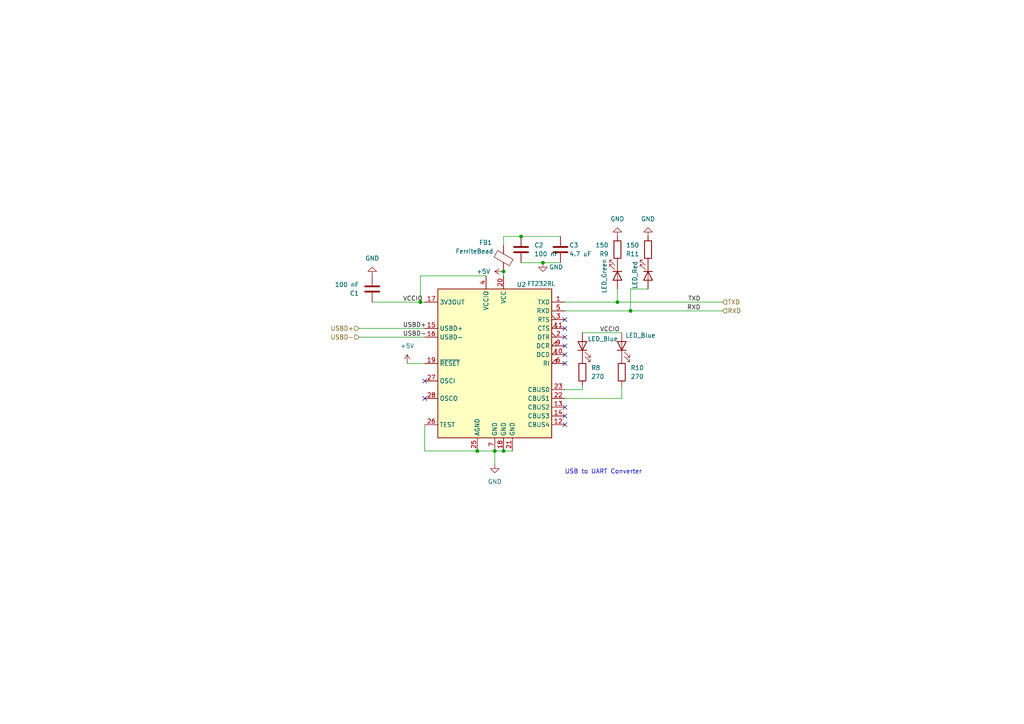
<source format=kicad_sch>
(kicad_sch (version 20231120) (generator "eeschema") (generator_version "8.0")
  (paper "A4")
  (lib_symbols
    (symbol "Device:C" (pin_numbers hide) (pin_names (offset 0.254))
      (property "Reference" "C" (at 0.635 2.54 0))
      (property "Value" "C" (at 0.635 -2.54 0))
      (symbol "C_0_1"
        (polyline (pts (xy -2.032 -0.762) (xy 2.032 -0.762)) (stroke (width 0.508)))
        (polyline (pts (xy -2.032 0.762) (xy 2.032 0.762)) (stroke (width 0.508)))
      )
      (symbol "C_1_1"
        (pin passive line (at 0 3.81 270) (length 2.794) (name "~") (number "1"))
        (pin passive line (at 0 -3.81 90) (length 2.794) (name "~") (number "2"))
      )
    )
    (symbol "Device:FerriteBead" (pin_numbers hide) (pin_names (offset 0))
      (property "Reference" "FB" (at -3.81 0.635 90))
      (property "Value" "FerriteBead" (at 3.81 0 90))
      (symbol "FerriteBead_0_1"
        (polyline (pts (xy 0 -1.27) (xy 0 -1.2192)))
        (polyline (pts (xy 0 1.27) (xy 0 1.2954)))
        (polyline (pts (xy -2.7686 0.4064) (xy -1.7018 2.2606) (xy 2.7686 -0.3048) (xy 1.6764 -2.159) (xy -2.7686 0.4064)))
      )
      (symbol "FerriteBead_1_1"
        (pin passive line (at 0 3.81 270) (length 2.54) (name "~") (number "1"))
        (pin passive line (at 0 -3.81 90) (length 2.54) (name "~") (number "2"))
      )
    )
    (symbol "Device:LED" (pin_numbers hide) (pin_names (offset 1.016) hide)
      (property "Reference" "D" (at 0 2.54 0))
      (property "Value" "LED" (at 0 -2.54 0))
      (symbol "LED_0_1"
        (polyline (pts (xy -1.27 -1.27) (xy -1.27 1.27)) (stroke (width 0.254)))
        (polyline (pts (xy -1.27 0) (xy 1.27 0)))
        (polyline (pts (xy 1.27 -1.27) (xy 1.27 1.27) (xy -1.27 0) (xy 1.27 -1.27)) (stroke (width 0.254)))
        (polyline (pts (xy -3.048 -0.762) (xy -4.572 -2.286) (xy -3.81 -2.286) (xy -4.572 -2.286) (xy -4.572 -1.524)))
        (polyline (pts (xy -1.778 -0.762) (xy -3.302 -2.286) (xy -2.54 -2.286) (xy -3.302 -2.286) (xy -3.302 -1.524)))
      )
      (symbol "LED_1_1"
        (pin passive line (at -3.81 0 0) (length 2.54) (name "K") (number "1"))
        (pin passive line (at 3.81 0 180) (length 2.54) (name "A") (number "2"))
      )
    )
    (symbol "Device:R" (pin_numbers hide) (pin_names (offset 0))
      (property "Reference" "R" (at 2.032 0 90))
      (property "Value" "R" (at 0 0 90))
      (symbol "R_0_1"
        (rectangle (start -1.016 -2.54) (end 1.016 2.54) (stroke (width 0.254)))
      )
      (symbol "R_1_1"
        (pin passive line (at 0 3.81 270) (length 1.27) (name "~") (number "1"))
        (pin passive line (at 0 -3.81 90) (length 1.27) (name "~") (number "2"))
      )
    )
    (symbol "Interface_USB:FT232RL"
      (property "Reference" "U" (at -16.51 22.86 0))
      (property "Value" "FT232RL" (at 10.16 22.86 0))
      (symbol "FT232RL_0_1"
        (rectangle (start -16.51 21.59) (end 16.51 -21.59) (stroke (width 0.254)) (fill (type background)))
      )
      (symbol "FT232RL_1_1"
        (pin output line (at 20.32 17.78 180) (length 3.81) (name "TXD") (number "1"))
        (pin input input_low (at 20.32 2.54 180) (length 3.81) (name "DCD") (number "10"))
        (pin input input_low (at 20.32 10.16 180) (length 3.81) (name "CTS") (number "11"))
        (pin bidirectional line (at 20.32 -17.78 180) (length 3.81) (name "CBUS4") (number "12"))
        (pin bidirectional line (at 20.32 -12.7 180) (length 3.81) (name "CBUS2") (number "13"))
        (pin bidirectional line (at 20.32 -15.24 180) (length 3.81) (name "CBUS3") (number "14"))
        (pin bidirectional line (at -20.32 10.16 0) (length 3.81) (name "USBD+") (number "15"))
        (pin bidirectional line (at -20.32 7.62 0) (length 3.81) (name "USBD-") (number "16"))
        (pin power_out line (at -20.32 17.78 0) (length 3.81) (name "3V3OUT") (number "17"))
        (pin power_in line (at 2.54 -25.4 90) (length 3.81) (name "GND") (number "18"))
        (pin input line (at -20.32 0 0) (length 3.81) (name "~{RESET}") (number "19"))
        (pin output output_low (at 20.32 7.62 180) (length 3.81) (name "DTR") (number "2"))
        (pin power_in line (at 2.54 25.4 270) (length 3.81) (name "VCC") (number "20"))
        (pin power_in line (at 5.08 -25.4 90) (length 3.81) (name "GND") (number "21"))
        (pin bidirectional line (at 20.32 -10.16 180) (length 3.81) (name "CBUS1") (number "22"))
        (pin bidirectional line (at 20.32 -7.62 180) (length 3.81) (name "CBUS0") (number "23"))
        (pin power_in line (at -5.08 -25.4 90) (length 3.81) (name "AGND") (number "25"))
        (pin input line (at -20.32 -17.78 0) (length 3.81) (name "TEST") (number "26"))
        (pin input line (at -20.32 -5.08 0) (length 3.81) (name "OSCI") (number "27"))
        (pin output line (at -20.32 -10.16 0) (length 3.81) (name "OSCO") (number "28"))
        (pin output output_low (at 20.32 12.7 180) (length 3.81) (name "RTS") (number "3"))
        (pin power_in line (at -2.54 25.4 270) (length 3.81) (name "VCCIO") (number "4"))
        (pin input line (at 20.32 15.24 180) (length 3.81) (name "RXD") (number "5"))
        (pin input input_low (at 20.32 0 180) (length 3.81) (name "RI") (number "6"))
        (pin power_in line (at 0 -25.4 90) (length 3.81) (name "GND") (number "7"))
        (pin input input_low (at 20.32 5.08 180) (length 3.81) (name "DCR") (number "9"))
      )
    )
    (symbol "power:+5V" (power) (pin_numbers hide) (pin_names (offset 0) hide)
      (property "Value" "+5V" (at 0 3.556 0))
      (symbol "+5V_0_1"
        (polyline (pts (xy -0.762 1.27) (xy 0 2.54)))
        (polyline (pts (xy 0 0) (xy 0 2.54)))
        (polyline (pts (xy 0 2.54) (xy 0.762 1.27)))
      )
      (symbol "+5V_1_1"
        (pin power_in line (at 0 0 90) (length 0) (name "~") (number "1"))
      )
    )
    (symbol "power:GND" (power) (pin_numbers hide) (pin_names (offset 0) hide)
      (property "Value" "GND" (at 0 -3.81 0))
      (symbol "GND_0_1"
        (polyline (pts (xy 0 0) (xy 0 -1.27) (xy 1.27 -1.27) (xy 0 -2.54) (xy -1.27 -1.27) (xy 0 -1.27)))
      )
      (symbol "GND_1_1"
        (pin power_in line (at 0 0 270) (length 0) (name "~") (number "1"))
      )
    )
  )
  (junction (at 146.05 130.81))
  (junction (at 121.92 87.63))
  (junction (at 157.48 76.2))
  (junction (at 182.88 90.17))
  (junction (at 146.05 78.74))
  (junction (at 151.13 68.58))
  (junction (at 138.43 130.81))
  (junction (at 179.07 87.63))
  (junction (at 143.51 130.81))
  (no_connect (at 123.19 115.57))
  (no_connect (at 163.83 120.65))
  (no_connect (at 163.83 100.33))
  (no_connect (at 163.83 102.87))
  (no_connect (at 163.83 118.11))
  (no_connect (at 163.83 97.79))
  (no_connect (at 123.19 110.49))
  (no_connect (at 163.83 95.25))
  (no_connect (at 163.83 123.19))
  (no_connect (at 163.83 92.71))
  (no_connect (at 163.83 105.41))
  (wire (pts (xy 146.05 130.81) (xy 148.59 130.81)))
  (wire (pts (xy 168.91 113.03) (xy 163.83 113.03)))
  (wire (pts (xy 104.14 97.79) (xy 123.19 97.79)))
  (wire (pts (xy 179.07 83.82) (xy 179.07 87.63)))
  (wire (pts (xy 123.19 123.19) (xy 123.19 130.81)))
  (wire (pts (xy 151.13 68.58) (xy 162.56 68.58)))
  (wire (pts (xy 182.88 90.17) (xy 209.55 90.17)))
  (wire (pts (xy 121.92 87.63) (xy 123.19 87.63)))
  (wire (pts (xy 157.48 76.2) (xy 162.56 76.2)))
  (wire (pts (xy 146.05 78.74) (xy 146.05 80.01)))
  (wire (pts (xy 163.83 87.63) (xy 179.07 87.63)))
  (wire (pts (xy 143.51 130.81) (xy 143.51 134.62)))
  (wire (pts (xy 163.83 90.17) (xy 182.88 90.17)))
  (wire (pts (xy 182.88 90.17) (xy 182.88 83.82)))
  (wire (pts (xy 168.91 96.52) (xy 180.34 96.52)))
  (wire (pts (xy 182.88 83.82) (xy 187.96 83.82)))
  (wire (pts (xy 179.07 87.63) (xy 209.55 87.63)))
  (wire (pts (xy 121.92 87.63) (xy 121.92 80.01)))
  (wire (pts (xy 123.19 130.81) (xy 138.43 130.81)))
  (wire (pts (xy 146.05 68.58) (xy 146.05 71.12)))
  (wire (pts (xy 180.34 115.57) (xy 163.83 115.57)))
  (wire (pts (xy 143.51 130.81) (xy 146.05 130.81)))
  (wire (pts (xy 121.92 80.01) (xy 140.97 80.01)))
  (wire (pts (xy 138.43 130.81) (xy 143.51 130.81)))
  (wire (pts (xy 146.05 68.58) (xy 151.13 68.58)))
  (wire (pts (xy 180.34 111.76) (xy 180.34 115.57)))
  (wire (pts (xy 118.11 105.41) (xy 123.19 105.41)))
  (wire (pts (xy 151.13 76.2) (xy 157.48 76.2)))
  (wire (pts (xy 107.95 87.63) (xy 121.92 87.63)))
  (wire (pts (xy 168.91 111.76) (xy 168.91 113.03)))
  (wire (pts (xy 104.14 95.25) (xy 123.19 95.25)))
  (text "USB to UART Converter" (at 175.006 136.906 0) (effects (font (size 1.27 1.27))))
  (label "VCCIO" (at 173.99 96.52 0))
  (label "RXD" (at 203.2 90.17 180))
  (label "USBD-" (at 116.84 97.79 0))
  (label "TXD" (at 203.2 87.63 180))
  (label "USBD+" (at 116.84 95.25 0))
  (label "VCCIO" (at 116.84 87.63 0))
  (hierarchical_label "USBD+" (shape input) (at 104.14 95.25 180))
  (hierarchical_label "USBD-" (shape input) (at 104.14 97.79 180))
  (hierarchical_label "TXD" (shape input) (at 209.55 87.63 0))
  (hierarchical_label "RXD" (shape input) (at 209.55 90.17 0))
  (symbol (lib_id "Device:R") (at 168.91 107.95 0) (unit 1)
    (property "Reference" "R8" (at 171.45 106.6799 0) (effects (justify left)))
    (property "Value" "270" (at 171.45 109.2199 0) (effects (justify left)))
    (property "Footprint" "Resistor_SMD:R_0805_2012Metric_Pad1.20x1.40mm_HandSolder" (effects (hide yes)))
    (property "Description" "Resistor" (effects (hide yes)))
  )
  (symbol (lib_id "Device:LED") (at 180.34 100.33 90) (unit 1)
    (property "Reference" "D9" (effects (hide yes)))
    (property "Value" "LED_Blue" (at 181.356 97.282 90) (effects (justify right)))
    (property "Footprint" "LED_SMD:LED_0805_2012Metric_Pad1.15x1.40mm_HandSolder" (effects (hide yes)))
    (property "Description" "Light emitting diode" (effects (hide yes)))
  )
  (symbol (lib_id "power:GND") (at 157.48 76.2 0) (unit 1)
    (property "Reference" "#PWR016" (effects (hide yes)))
    (property "Value" "GND" (at 161.29 77.47 0))
    (property "Description" "Power symbol creates a global label with name \"GND\" , ground" (effects (hide yes)))
  )
  (symbol (lib_id "power:GND") (at 187.96 68.58 180) (unit 1)
    (property "Reference" "#PWR018" (effects (hide yes)))
    (property "Value" "GND" (at 187.96 63.5 0))
    (property "Description" "Power symbol creates a global label with name \"GND\" , ground" (effects (hide yes)))
  )
  (symbol (lib_id "Device:LED") (at 179.07 80.01 270) (unit 1)
    (property "Reference" "D8" (effects (hide yes)))
    (property "Value" "LED_Green" (at 175.26 85.09 0) (effects (justify right)))
    (property "Footprint" "LED_SMD:LED_0805_2012Metric_Pad1.15x1.40mm_HandSolder" (effects (hide yes)))
    (property "Description" "Light emitting diode" (effects (hide yes)))
  )
  (symbol (lib_id "power:+5V") (at 118.11 105.41 0) (unit 1)
    (property "Reference" "#PWR013" (effects (hide yes)))
    (property "Value" "+5V" (at 118.11 100.33 0))
    (property "Description" "Power symbol creates a global label with name \"+5V\"" (effects (hide yes)))
  )
  (symbol (lib_id "Device:C") (at 151.13 72.39 0) (unit 1)
    (property "Reference" "C2" (at 154.94 71.1199 0) (effects (justify left)))
    (property "Value" "100 nF" (at 154.94 73.6599 0) (effects (justify left)))
    (property "Footprint" "Capacitor_SMD:C_0805_2012Metric_Pad1.18x1.45mm_HandSolder" (effects (hide yes)))
    (property "Description" "Unpolarized capacitor" (effects (hide yes)))
  )
  (symbol (lib_id "Device:LED") (at 187.96 80.01 270) (unit 1)
    (property "Reference" "D10" (effects (hide yes)))
    (property "Value" "LED_Red" (at 184.15 83.82 0) (effects (justify right)))
    (property "Footprint" "LED_SMD:LED_0805_2012Metric_Pad1.15x1.40mm_HandSolder" (effects (hide yes)))
    (property "Description" "Light emitting diode" (effects (hide yes)))
  )
  (symbol (lib_id "Device:C") (at 107.95 83.82 180) (unit 1)
    (property "Reference" "C1" (at 104.14 85.0901 0) (effects (justify left)))
    (property "Value" "100 nF" (at 104.14 82.5501 0) (effects (justify left)))
    (property "Footprint" "Capacitor_SMD:C_0805_2012Metric_Pad1.18x1.45mm_HandSolder" (effects (hide yes)))
    (property "Description" "Unpolarized capacitor" (effects (hide yes)))
  )
  (symbol (lib_id "Device:R") (at 179.07 72.39 180) (unit 1)
    (property "Reference" "R9" (at 176.53 73.6601 0) (effects (justify left)))
    (property "Value" "150" (at 176.53 71.1201 0) (effects (justify left)))
    (property "Footprint" "Resistor_SMD:R_0805_2012Metric_Pad1.20x1.40mm_HandSolder" (effects (hide yes)))
    (property "Description" "Resistor" (effects (hide yes)))
  )
  (symbol (lib_id "power:GND") (at 143.51 134.62 0) (unit 1)
    (property "Reference" "#PWR014" (effects (hide yes)))
    (property "Value" "GND" (at 143.51 139.7 0))
    (property "Description" "Power symbol creates a global label with name \"GND\" , ground" (effects (hide yes)))
  )
  (symbol (lib_id "Device:LED") (at 168.91 100.33 90) (unit 1)
    (property "Reference" "D7" (effects (hide yes)))
    (property "Value" "LED_Blue" (at 170.434 98.298 90) (effects (justify right)))
    (property "Footprint" "LED_SMD:LED_0805_2012Metric_Pad1.15x1.40mm_HandSolder" (effects (hide yes)))
    (property "Description" "Light emitting diode" (effects (hide yes)))
  )
  (symbol (lib_id "Device:R") (at 180.34 107.95 0) (unit 1)
    (property "Reference" "R10" (at 182.88 106.6799 0) (effects (justify left)))
    (property "Value" "270" (at 182.88 109.2199 0) (effects (justify left)))
    (property "Footprint" "Capacitor_SMD:C_0805_2012Metric_Pad1.18x1.45mm_HandSolder" (effects (hide yes)))
    (property "Description" "Resistor" (effects (hide yes)))
  )
  (symbol (lib_id "power:GND") (at 179.07 68.58 180) (unit 1)
    (property "Reference" "#PWR017" (effects (hide yes)))
    (property "Value" "GND" (at 179.07 63.5 0))
    (property "Description" "Power symbol creates a global label with name \"GND\" , ground" (effects (hide yes)))
  )
  (symbol (lib_id "power:+5V") (at 146.05 78.74 90) (unit 1)
    (property "Reference" "#PWR015" (effects (hide yes)))
    (property "Value" "+5V" (at 142.24 78.7399 90) (effects (justify left)))
    (property "Description" "Power symbol creates a global label with name \"+5V\"" (effects (hide yes)))
  )
  (symbol (lib_id "Interface_USB:FT232RL") (at 143.51 105.41 0) (unit 1)
    (property "Reference" "U2" (at 149.86 82.55 0) (effects (justify left)))
    (property "Value" "FT232RL" (at 152.908 82.296 0) (effects (justify left)))
    (property "Footprint" "Library:Project_FT232" (effects (hide yes)))
    (property "Datasheet" "https://www.ftdichip.com/Support/Documents/DataSheets/ICs/DS_FT232R.pdf" (effects (hide yes)))
  )
  (symbol (lib_id "Device:C") (at 162.56 72.39 0) (unit 1)
    (property "Reference" "C3" (at 165.1 71.12 0) (effects (justify left)))
    (property "Value" "4.7 uF" (at 165.1 73.66 0) (effects (justify left)))
    (property "Footprint" "Capacitor_SMD:C_0805_2012Metric_Pad1.18x1.45mm_HandSolder" (effects (hide yes)))
    (property "Description" "Unpolarized capacitor" (effects (hide yes)))
  )
  (symbol (lib_id "Device:R") (at 187.96 72.39 180) (unit 1)
    (property "Reference" "R11" (at 185.42 73.6601 0) (effects (justify left)))
    (property "Value" "150" (at 185.42 71.1201 0) (effects (justify left)))
    (property "Footprint" "Resistor_SMD:R_0805_2012Metric_Pad1.20x1.40mm_HandSolder" (effects (hide yes)))
    (property "Description" "Resistor" (effects (hide yes)))
  )
  (symbol (lib_id "Device:FerriteBead") (at 146.05 74.93 0) (unit 1)
    (property "Reference" "FB1" (at 138.938 70.358 0) (effects (justify left)))
    (property "Value" "FerriteBead" (at 132.08 72.898 0) (effects (justify left)))
    (property "Footprint" "Inductor_SMD:L_0201_0603Metric_Pad0.64x0.40mm_HandSolder" (effects (hide yes)))
    (property "Description" "Ferrite bead" (effects (hide yes)))
  )
  (symbol (lib_id "power:GND") (at 107.95 80.01 180) (unit 1)
    (property "Reference" "#PWR012" (effects (hide yes)))
    (property "Value" "GND" (at 107.95 74.93 0))
    (property "Description" "Power symbol creates a global label with name \"GND\" , ground" (effects (hide yes)))
  )
)
</source>
